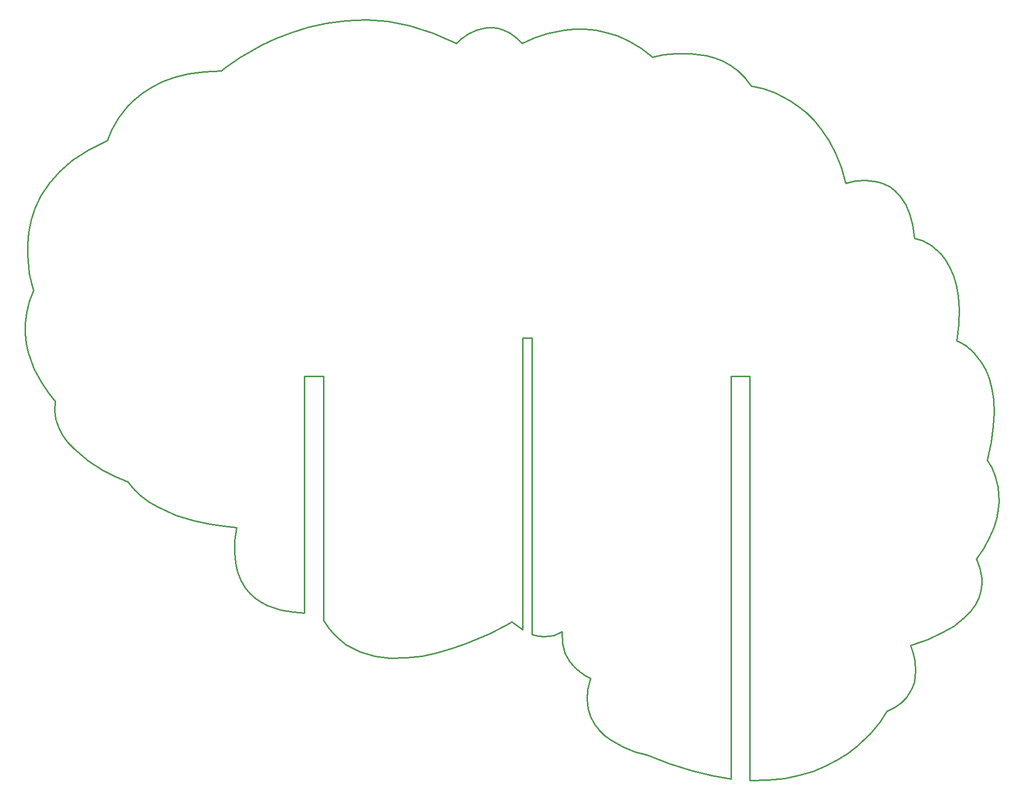
<source format=gko>
G04 EAGLE Gerber RS-274X export*
G75*
%MOMM*%
%FSLAX34Y34*%
%LPD*%
%IN*%
%IPPOS*%
%AMOC8*
5,1,8,0,0,1.08239X$1,22.5*%
G01*
%ADD10C,0.025000*%
%ADD11C,0.254000*%


D10*
X1659098Y557614D02*
X1665914Y588358D01*
X1669756Y615988D01*
X1670974Y640662D01*
X1669918Y662535D01*
X1666936Y681763D01*
X1662379Y698502D01*
X1656596Y712907D01*
X1649938Y725134D01*
X1635391Y743678D01*
X1621538Y755381D01*
X1611174Y761489D01*
X1607098Y763248D01*
X1610170Y792114D01*
X1610736Y817688D01*
X1609114Y840167D01*
X1605621Y859748D01*
X1600578Y876628D01*
X1594302Y891005D01*
X1587112Y903076D01*
X1579326Y913039D01*
X1563242Y927428D01*
X1548599Y935752D01*
X1533826Y940516D01*
X1530551Y963390D01*
X1525355Y982581D01*
X1518531Y998392D01*
X1510375Y1011129D01*
X1501180Y1021095D01*
X1491240Y1028597D01*
X1480850Y1033938D01*
X1470305Y1037424D01*
X1449924Y1040046D01*
X1432451Y1038901D01*
X1415647Y1035060D01*
X1407583Y1062652D01*
X1397782Y1087059D01*
X1386554Y1108474D01*
X1374211Y1127092D01*
X1361065Y1143106D01*
X1347427Y1156710D01*
X1333609Y1168099D01*
X1319923Y1177465D01*
X1294192Y1190908D01*
X1272726Y1198589D01*
X1252562Y1202873D01*
X1242081Y1217063D01*
X1230320Y1228757D01*
X1217547Y1238172D01*
X1204034Y1245528D01*
X1190050Y1251041D01*
X1175865Y1254931D01*
X1147972Y1258712D01*
X1122518Y1258615D01*
X1101661Y1256385D01*
X1082383Y1252508D01*
X1062723Y1267964D01*
X1042876Y1279990D01*
X1023042Y1288920D01*
X1003423Y1295090D01*
X984220Y1298837D01*
X965633Y1300497D01*
X947863Y1300404D01*
X931111Y1298895D01*
X901465Y1292972D01*
X878299Y1285415D01*
X857839Y1276145D01*
X847217Y1286272D01*
X836679Y1293789D01*
X826306Y1298965D01*
X816182Y1302070D01*
X806391Y1303375D01*
X797015Y1303150D01*
X779842Y1299190D01*
X765328Y1292348D01*
X754138Y1284787D01*
X744388Y1276145D01*
X704014Y1294311D01*
X664589Y1306687D01*
X626341Y1313912D01*
X589499Y1316621D01*
X554291Y1315453D01*
X520946Y1311045D01*
X489692Y1304032D01*
X460757Y1295053D01*
X434371Y1284745D01*
X410762Y1273744D01*
X372787Y1252214D01*
X348662Y1235558D01*
X340214Y1228873D01*
X310356Y1227519D01*
X283604Y1223694D01*
X259795Y1217749D01*
X238765Y1210038D01*
X220353Y1200915D01*
X204396Y1190732D01*
X190731Y1179843D01*
X179195Y1168601D01*
X161860Y1146470D01*
X151090Y1127164D01*
X144036Y1108329D01*
X111052Y1092582D01*
X83584Y1074865D01*
X61165Y1055591D01*
X43325Y1035170D01*
X29599Y1014015D01*
X19519Y992538D01*
X12617Y971151D01*
X8427Y950266D01*
X6479Y930294D01*
X6308Y911649D01*
X9425Y879986D01*
X14037Y858570D01*
X16406Y850699D01*
X9040Y831021D01*
X4458Y811935D01*
X2341Y793535D01*
X2371Y775914D01*
X4229Y759165D01*
X7596Y743382D01*
X17585Y715088D01*
X29790Y691780D01*
X41663Y674205D01*
X54219Y659248D01*
X52900Y643271D01*
X54853Y628148D01*
X59637Y613905D01*
X66814Y600566D01*
X75944Y588154D01*
X86587Y576694D01*
X110652Y556729D01*
X135493Y540862D01*
X157591Y529289D01*
X179491Y519797D01*
X190157Y506846D01*
X202444Y495409D01*
X216032Y485390D01*
X230604Y476698D01*
X261423Y462918D01*
X292352Y453320D01*
X320845Y447157D01*
X344351Y443681D01*
X366214Y441798D01*
X363169Y418808D01*
X362639Y398309D01*
X364383Y380159D01*
X368158Y364219D01*
X373722Y350348D01*
X380831Y338406D01*
X389243Y328252D01*
X398716Y319746D01*
X409007Y312748D01*
X419874Y307117D01*
X442363Y299394D01*
X464244Y295456D01*
X483576Y294178D01*
X483576Y702237D01*
X515834Y702237D01*
X515834Y281168D01*
X524645Y268415D01*
X534241Y257267D01*
X544552Y247645D01*
X555509Y239470D01*
X579078Y227148D01*
X604391Y219670D01*
X630888Y216407D01*
X658012Y216730D01*
X685203Y220010D01*
X711904Y225616D01*
X737555Y232920D01*
X761598Y241293D01*
X802626Y258725D01*
X830520Y272876D01*
X840811Y278712D01*
X858678Y265078D01*
X858678Y768388D01*
X874936Y768388D01*
X874936Y257214D01*
X886142Y254259D01*
X896258Y253333D01*
X912721Y255552D01*
X923329Y259839D01*
X927086Y262164D01*
X927354Y241746D01*
X932036Y224679D01*
X939760Y210770D01*
X949156Y199825D01*
X958851Y191649D01*
X967474Y186049D01*
X976018Y181802D01*
X971264Y162399D01*
X970004Y144900D01*
X971797Y129214D01*
X976204Y115254D01*
X982786Y102927D01*
X991102Y92145D01*
X1000713Y82816D01*
X1011179Y74852D01*
X1032918Y62656D01*
X1052800Y54836D01*
X1072928Y49444D01*
X1112632Y33899D01*
X1149992Y22039D01*
X1185065Y13576D01*
X1217906Y8222D01*
X1217906Y702237D01*
X1250164Y702237D01*
X1250164Y5631D01*
X1281411Y5941D01*
X1310135Y8967D01*
X1336407Y14330D01*
X1360295Y21655D01*
X1381871Y30562D01*
X1401205Y40675D01*
X1418365Y51616D01*
X1433422Y63008D01*
X1457506Y85635D01*
X1474016Y105535D01*
X1486553Y125079D01*
X1499859Y131806D01*
X1510675Y139454D01*
X1519226Y147836D01*
X1525738Y156765D01*
X1530436Y166054D01*
X1533545Y175516D01*
X1535895Y194213D01*
X1534588Y211358D01*
X1531426Y225456D01*
X1526736Y238530D01*
X1556444Y248771D01*
X1581149Y259858D01*
X1601277Y271581D01*
X1617254Y283734D01*
X1629505Y296108D01*
X1638457Y308496D01*
X1644536Y320690D01*
X1648166Y332483D01*
X1649775Y343666D01*
X1649787Y354032D01*
X1646727Y371482D01*
X1642393Y383170D01*
X1640191Y387436D01*
X1652867Y406096D01*
X1662717Y423928D01*
X1670020Y440881D01*
X1675052Y456903D01*
X1678089Y471942D01*
X1679409Y485945D01*
X1678006Y510638D01*
X1673057Y530567D01*
X1666779Y545316D01*
X1659098Y557614D01*
D11*
X2341Y793535D02*
X2371Y775914D01*
X4229Y759165D01*
X7596Y743382D01*
X17585Y715088D01*
X29790Y691780D01*
X41663Y674205D01*
X54219Y659248D01*
X52900Y643271D01*
X54853Y628148D01*
X59637Y613905D01*
X66814Y600566D01*
X75944Y588154D01*
X86587Y576694D01*
X110652Y556729D01*
X135493Y540862D01*
X157591Y529289D01*
X179491Y519797D01*
X190157Y506846D01*
X202444Y495409D01*
X216032Y485390D01*
X230604Y476698D01*
X261423Y462918D01*
X292352Y453320D01*
X320845Y447157D01*
X344351Y443681D01*
X366214Y441798D01*
X363169Y418808D01*
X362639Y398309D01*
X364383Y380159D01*
X368158Y364219D01*
X373722Y350348D01*
X380831Y338406D01*
X389243Y328252D01*
X398716Y319746D01*
X409007Y312748D01*
X419874Y307117D01*
X442363Y299394D01*
X464244Y295456D01*
X483576Y294178D01*
X483576Y702237D01*
X515834Y702237D01*
X515834Y281168D01*
X524645Y268415D01*
X534241Y257267D01*
X544552Y247645D01*
X555509Y239470D01*
X579078Y227148D01*
X604391Y219670D01*
X630888Y216407D01*
X658012Y216730D01*
X685203Y220010D01*
X711904Y225616D01*
X737555Y232920D01*
X761598Y241293D01*
X802626Y258725D01*
X830520Y272876D01*
X840811Y278712D01*
X858678Y265078D01*
X858678Y768388D01*
X874936Y768388D01*
X874936Y257214D01*
X886142Y254259D01*
X896258Y253333D01*
X912721Y255552D01*
X923329Y259839D01*
X927086Y262164D01*
X927354Y241746D01*
X932036Y224679D01*
X939760Y210770D01*
X949156Y199825D01*
X958851Y191649D01*
X967474Y186049D01*
X976018Y181802D01*
X971264Y162399D01*
X970004Y144900D01*
X971797Y129214D01*
X976204Y115254D01*
X982786Y102927D01*
X991102Y92145D01*
X1000713Y82816D01*
X1011179Y74852D01*
X1032918Y62656D01*
X1052800Y54836D01*
X1072928Y49444D01*
X1112632Y33899D01*
X1149992Y22039D01*
X1185065Y13576D01*
X1217906Y8222D01*
X1217906Y702237D01*
X1250164Y702237D01*
X1250164Y5631D01*
X1281411Y5941D01*
X1310135Y8967D01*
X1336407Y14330D01*
X1360295Y21655D01*
X1381871Y30562D01*
X1401205Y40675D01*
X1418365Y51616D01*
X1433422Y63008D01*
X1457506Y85635D01*
X1474016Y105535D01*
X1486553Y125079D01*
X1499859Y131806D01*
X1510675Y139454D01*
X1519226Y147836D01*
X1525738Y156765D01*
X1530436Y166054D01*
X1533545Y175516D01*
X1535895Y194213D01*
X1534588Y211358D01*
X1531426Y225456D01*
X1526736Y238530D01*
X1556444Y248771D01*
X1581149Y259858D01*
X1601277Y271581D01*
X1617254Y283734D01*
X1629505Y296108D01*
X1638457Y308496D01*
X1644536Y320690D01*
X1648166Y332483D01*
X1649775Y343666D01*
X1649787Y354032D01*
X1646727Y371482D01*
X1642393Y383170D01*
X1640191Y387436D01*
X1652867Y406096D01*
X1662717Y423928D01*
X1670020Y440881D01*
X1675052Y456903D01*
X1678089Y471942D01*
X1679409Y485945D01*
X1678006Y510638D01*
X1673057Y530567D01*
X1666779Y545316D01*
X1659098Y557614D01*
X1665914Y588358D01*
X1669756Y615988D01*
X1670974Y640662D01*
X1669918Y662535D01*
X1666936Y681763D01*
X1662379Y698502D01*
X1656596Y712907D01*
X1649938Y725134D01*
X1635391Y743678D01*
X1621538Y755381D01*
X1611174Y761489D01*
X1607098Y763248D01*
X1610170Y792114D01*
X1610736Y817688D01*
X1609114Y840167D01*
X1605621Y859748D01*
X1600578Y876628D01*
X1594302Y891005D01*
X1587112Y903076D01*
X1579326Y913039D01*
X1563242Y927428D01*
X1548599Y935752D01*
X1533826Y940516D01*
X1530551Y963390D01*
X1525355Y982581D01*
X1518531Y998392D01*
X1510375Y1011129D01*
X1501180Y1021095D01*
X1491240Y1028597D01*
X1480850Y1033938D01*
X1470305Y1037424D01*
X1449924Y1040046D01*
X1432451Y1038901D01*
X1415647Y1035060D01*
X1407583Y1062652D01*
X1397782Y1087059D01*
X1386554Y1108474D01*
X1374211Y1127092D01*
X1361065Y1143106D01*
X1347427Y1156710D01*
X1333609Y1168099D01*
X1319923Y1177465D01*
X1294192Y1190908D01*
X1272726Y1198589D01*
X1252562Y1202873D01*
X1242081Y1217063D01*
X1230320Y1228757D01*
X1217547Y1238172D01*
X1204034Y1245528D01*
X1190050Y1251041D01*
X1175865Y1254931D01*
X1147972Y1258712D01*
X1122518Y1258615D01*
X1101661Y1256385D01*
X1082383Y1252508D01*
X1062723Y1267964D01*
X1042876Y1279990D01*
X1023042Y1288920D01*
X1003423Y1295090D01*
X984220Y1298837D01*
X965633Y1300497D01*
X947863Y1300404D01*
X931111Y1298895D01*
X901465Y1292972D01*
X878299Y1285415D01*
X857839Y1276145D01*
X847217Y1286272D01*
X836679Y1293789D01*
X826306Y1298965D01*
X816182Y1302070D01*
X806391Y1303375D01*
X797015Y1303150D01*
X779842Y1299190D01*
X765328Y1292348D01*
X754138Y1284787D01*
X744388Y1276145D01*
X704014Y1294311D01*
X664589Y1306687D01*
X626341Y1313912D01*
X589499Y1316621D01*
X554291Y1315453D01*
X520946Y1311045D01*
X489692Y1304032D01*
X460757Y1295053D01*
X434371Y1284745D01*
X410762Y1273744D01*
X372787Y1252214D01*
X348662Y1235558D01*
X340214Y1228873D01*
X310356Y1227519D01*
X283604Y1223694D01*
X259795Y1217749D01*
X238765Y1210038D01*
X220353Y1200915D01*
X204396Y1190732D01*
X190731Y1179843D01*
X179195Y1168601D01*
X161860Y1146470D01*
X151090Y1127164D01*
X144036Y1108329D01*
X111052Y1092582D01*
X83584Y1074865D01*
X61165Y1055591D01*
X43325Y1035170D01*
X29599Y1014015D01*
X19519Y992538D01*
X12617Y971151D01*
X8427Y950266D01*
X6479Y930294D01*
X6308Y911649D01*
X9425Y879986D01*
X14037Y858570D01*
X16406Y850699D01*
X9040Y831021D01*
X4458Y811935D01*
X2341Y793535D01*
M02*

</source>
